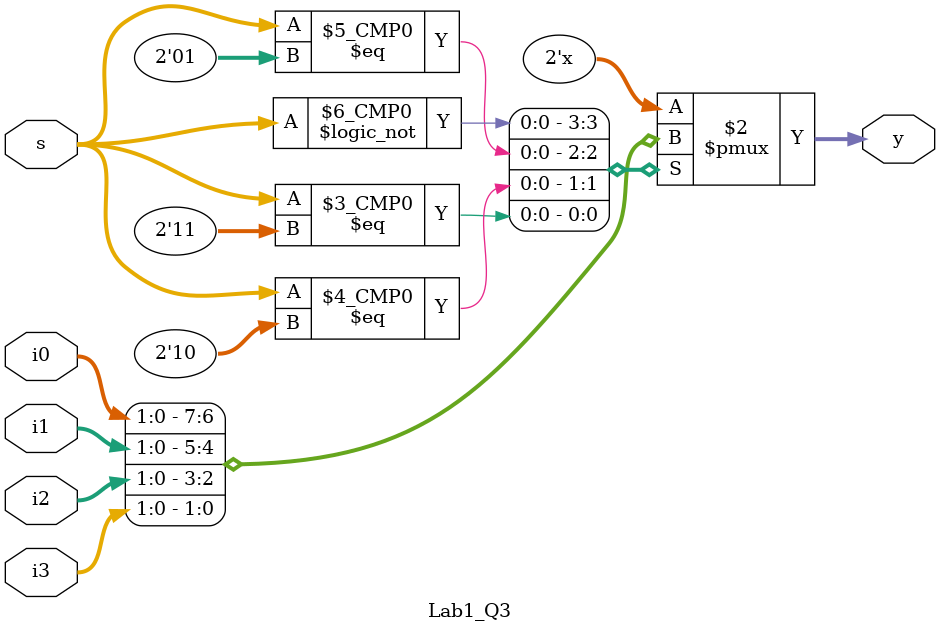
<source format=v>
`timescale 1ns / 1ps

module top(
    input [1:0] i0t,
    input [1:0] i1t,
    input [1:0] i2t,
    input [1:0] i3t,
    input [1:0] st,
    output [6:0] outt
);

    wire [1:0] yt;
    wire [3:0] ytt;
    
    assign ytt={2'b00,yt};
   
    Lab1_Q3 uut2(i0t,i1t,i2t,i3t,st,yt);
    Lab2 uut1(ytt,outt);
endmodule




module Lab2(
    input [3:0] num,
    output reg [6:0] out
    );
    
    always @(num)
    begin
        case (num)
            4'b0000: out = 7'b1000000; // 0
            4'b0001: out = 7'b1111001; // 1
            4'b0010: out = 7'b0100100; // 2
            4'b0011: out = 7'b0110000; // 3
            4'b0100: out = 7'b0011001; // 4
            4'b0101: out = 7'b0010010; // 5
            4'b0110: out = 7'b0000010; // 6
            default: out = 1'bx;
            endcase
         end
         
         
         
endmodule


// 4-to-1 mux (2 bit wide)
module Lab1_Q3(
    input [1:0] i0,
    input [1:0] i1,
    input [1:0] i2,
    input [1:0] i3,
    input [1:0] s,
    output reg [1:0] y
    );
    
    always @(i0 or i1 or i2 or i3 or s)
    begin
        case (s)
            2'b00: y = i0;
            2'b01: y = i1;
            2'b10: y = i2;
            2'b11: y = i3;
            default: y=1'bx;
            endcase
          
    end
endmodule


</source>
